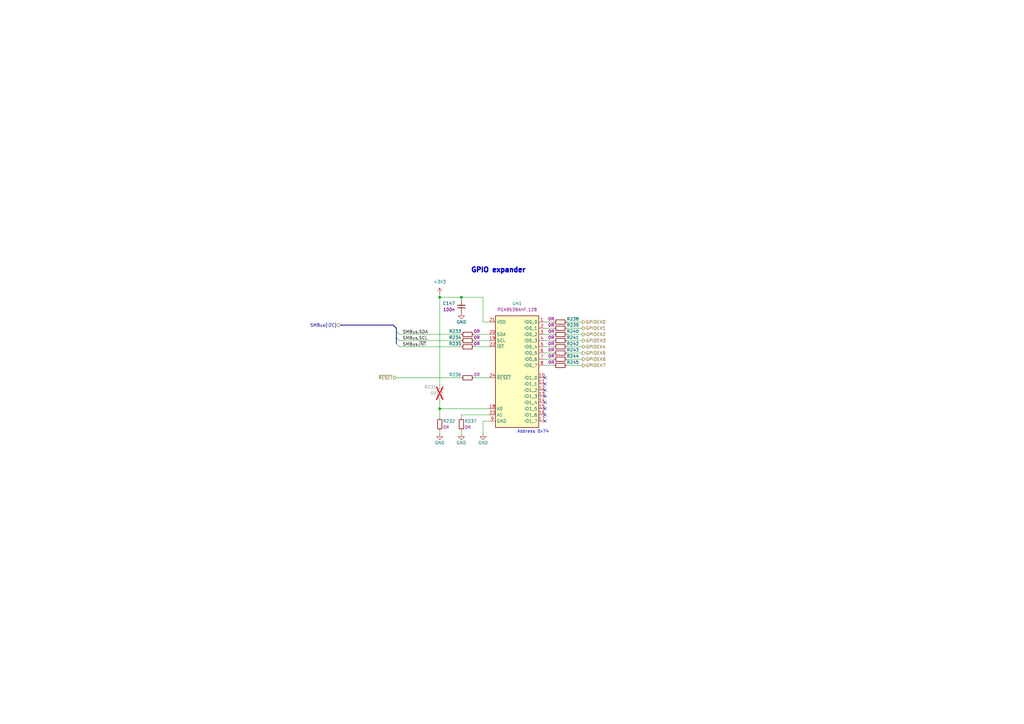
<source format=kicad_sch>
(kicad_sch (version 20231120) (generator "eeschema") (generator_version "8.0")
  (paper "A3")
  (title_block (title "COM Express 7 Baseboard") (date "2025-02-04") (rev "1.1.2") (company "Antmicro Ltd") (comment 1 "www.antmicro.com"))
  (lib_symbols
    (symbol "antmicroCapacitors0402:C_100n_0402" (pin_numbers hide) (pin_names hide)
      (property "Reference" "C" (at 20.32 -5.08 0))
      (property "Val" "100n" (at 20.32 -7.62 0))
      (symbol "C_100n_0402_0_1"
        (polyline (pts (xy 2.032 -1.524) (xy 2.032 1.524)) (stroke (width 0.3048)))
        (polyline (pts (xy 3.048 -1.524) (xy 3.048 1.524)) (stroke (width 0.3302)))
      )
      (symbol "C_100n_0402_1_1"
        (pin passive line (at 0 0 0) (length 2.032) (name "~") (number "1"))
        (pin passive line (at 5.08 0 180) (length 2.032) (name "~") (number "2"))
      )
    )
    (symbol "antmicroInterfaceIOExpanders:PCA9539AHF"
      (property "Reference" "U" (at 36.83 -3.81 0))
      (property "MPN" "PCA9539AHF,128" (at 36.83 -6.35 0))
      (symbol "PCA9539AHF_1_1"
        (rectangle (start 2.54 2.54) (end 20.32 -43.18) (stroke (width 0.254)) (fill (type background)))
        (pin bidirectional line (at 22.86 0 180) (length 2.54) (name "IO0_0") (number "1"))
        (pin bidirectional line (at 22.86 -22.86 180) (length 2.54) (name "IO1_0") (number "10"))
        (pin bidirectional line (at 22.86 -25.4 180) (length 2.54) (name "IO1_1") (number "11"))
        (pin bidirectional line (at 22.86 -27.94 180) (length 2.54) (name "IO1_2") (number "12"))
        (pin bidirectional line (at 22.86 -30.48 180) (length 2.54) (name "IO1_3") (number "13"))
        (pin bidirectional line (at 22.86 -33.02 180) (length 2.54) (name "IO1_4") (number "14"))
        (pin bidirectional line (at 22.86 -35.56 180) (length 2.54) (name "IO1_5") (number "15"))
        (pin bidirectional line (at 22.86 -38.1 180) (length 2.54) (name "IO1_6") (number "16"))
        (pin bidirectional line (at 22.86 -40.64 180) (length 2.54) (name "IO1_7") (number "17"))
        (pin input line (at 0 -35.56 0) (length 2.54) (name "A0") (number "18"))
        (pin input line (at 0 -7.62 0) (length 2.54) (name "SCL") (number "19"))
        (pin bidirectional line (at 22.86 -2.54 180) (length 2.54) (name "IO0_1") (number "2"))
        (pin bidirectional line (at 0 -5.08 0) (length 2.54) (name "SDA") (number "20"))
        (pin power_in line (at 0 0 0) (length 2.54) (name "VDD") (number "21"))
        (pin output line (at 0 -10.16 0) (length 2.54) (name "~{INT}") (number "22"))
        (pin input line (at 0 -38.1 0) (length 2.54) (name "A1") (number "23"))
        (pin input line (at 0 -22.86 0) (length 2.54) (name "~{RESET}") (number "24"))
        (pin passive line (at 0 -40.64 0) (length 2.54) hide (name "GND") (number "25"))
        (pin bidirectional line (at 22.86 -5.08 180) (length 2.54) (name "IO0_2") (number "3"))
        (pin bidirectional line (at 22.86 -7.62 180) (length 2.54) (name "IO0_3") (number "4"))
        (pin bidirectional line (at 22.86 -10.16 180) (length 2.54) (name "IO0_4") (number "5"))
        (pin bidirectional line (at 22.86 -12.7 180) (length 2.54) (name "IO0_5") (number "6"))
        (pin bidirectional line (at 22.86 -15.24 180) (length 2.54) (name "IO0_6") (number "7"))
        (pin bidirectional line (at 22.86 -17.78 180) (length 2.54) (name "IO0_7") (number "8"))
        (pin power_in line (at 0 -40.64 0) (length 2.54) (name "GND") (number "9"))
      )
    )
    (symbol "antmicroResistors0402:R_0R_0402" (pin_numbers hide) (pin_names hide)
      (property "Reference" "R" (at 20.32 -5.08 0))
      (property "Val" "0R" (at 20.32 -7.62 0))
      (symbol "R_0R_0402_0_1"
        (rectangle (start 0.635 0.889) (end 4.445 -0.889) (stroke (width 0.254)))
      )
      (symbol "R_0R_0402_1_1"
        (pin passive line (at 0 0 0) (length 0.635) (name "~") (number "1"))
        (pin passive line (at 5.08 0 180) (length 0.635) (name "~") (number "2"))
      )
    )
    (symbol "antmicropower:+3V3" (power) (pin_numbers hide) (pin_names hide)
      (property "Value" "+3V3" (at -3.175 2.54 0))
      (symbol "+3V3_0_1"
        (polyline (pts (xy 0 0) (xy 0 2.54)))
        (polyline (pts (xy 0 2.54) (xy -0.762 1.27)))
        (polyline (pts (xy 0 2.54) (xy 0.762 1.27)))
      )
      (symbol "+3V3_1_1"
        (pin power_in line (at 0 0 90) (length 0) hide (name "+3V3") (number "1"))
      )
    )
    (symbol "antmicropower:GND" (power) (pin_numbers hide) (pin_names hide)
      (property "Value" "GND" (at 8.89 -5.08 0))
      (symbol "GND_1_1"
        (polyline (pts (xy 0 0) (xy 0 -1.27) (xy 1.27 -1.27) (xy 0 -2.54) (xy -1.27 -1.27) (xy 0 -1.27)))
        (pin power_in line (at 0 0 270) (length 0) (name "GND") (number "1"))
      )
    )
  )
  (junction (at 180.34 121.92))
  (junction (at 180.34 167.64))
  (junction (at 189.23 121.92))
  (no_connect (at 223.52 160.02))
  (no_connect (at 223.52 162.56))
  (no_connect (at 223.52 170.18))
  (no_connect (at 223.52 167.64))
  (no_connect (at 223.52 157.48))
  (no_connect (at 223.52 172.72))
  (no_connect (at 223.52 154.94))
  (no_connect (at 223.52 165.1))
  (bus_entry (at 163.83 139.7) (size -1.27 -1.27))
  (bus_entry (at 163.83 142.24) (size -1.27 -1.27))
  (bus_entry (at 163.83 137.16) (size -1.27 -1.27))
  (wire (pts (xy 194.31 139.7) (xy 200.66 139.7)))
  (wire (pts (xy 238.76 142.24) (xy 232.41 142.24)))
  (bus (pts (xy 162.56 138.43) (xy 162.56 140.97)))
  (wire (pts (xy 238.76 144.78) (xy 232.41 144.78)))
  (wire (pts (xy 238.76 139.7) (xy 232.41 139.7)))
  (wire (pts (xy 163.83 142.24) (xy 189.23 142.24)))
  (bus (pts (xy 162.56 135.89) (xy 162.56 138.43)))
  (wire (pts (xy 180.34 167.64) (xy 180.34 171.45)))
  (bus (pts (xy 162.56 134.62) (xy 162.56 135.89)))
  (wire (pts (xy 194.31 142.24) (xy 200.66 142.24)))
  (wire (pts (xy 238.76 134.62) (xy 232.41 134.62)))
  (bus (pts (xy 162.56 134.62) (xy 161.29 133.35)))
  (wire (pts (xy 238.76 137.16) (xy 232.41 137.16)))
  (wire (pts (xy 227.33 132.08) (xy 223.52 132.08)))
  (wire (pts (xy 180.34 121.92) (xy 189.23 121.92)))
  (wire (pts (xy 162.56 154.94) (xy 189.23 154.94)))
  (wire (pts (xy 163.83 139.7) (xy 189.23 139.7)))
  (wire (pts (xy 163.83 137.16) (xy 189.23 137.16)))
  (wire (pts (xy 189.23 176.53) (xy 189.23 177.8)))
  (wire (pts (xy 238.76 147.32) (xy 232.41 147.32)))
  (wire (pts (xy 227.33 149.86) (xy 223.52 149.86)))
  (wire (pts (xy 180.34 120.65) (xy 180.34 121.92)))
  (wire (pts (xy 180.34 176.53) (xy 180.34 177.8)))
  (wire (pts (xy 194.31 154.94) (xy 200.66 154.94)))
  (wire (pts (xy 180.34 121.92) (xy 180.34 158.75)))
  (wire (pts (xy 198.12 172.72) (xy 198.12 177.8)))
  (wire (pts (xy 180.34 163.83) (xy 180.34 167.64)))
  (wire (pts (xy 227.33 142.24) (xy 223.52 142.24)))
  (wire (pts (xy 198.12 132.08) (xy 200.66 132.08)))
  (wire (pts (xy 180.34 167.64) (xy 200.66 167.64)))
  (wire (pts (xy 238.76 132.08) (xy 232.41 132.08)))
  (bus (pts (xy 139.7 133.35) (xy 161.29 133.35)))
  (wire (pts (xy 227.33 147.32) (xy 223.52 147.32)))
  (wire (pts (xy 227.33 139.7) (xy 223.52 139.7)))
  (wire (pts (xy 198.12 172.72) (xy 200.66 172.72)))
  (wire (pts (xy 227.33 137.16) (xy 223.52 137.16)))
  (wire (pts (xy 189.23 170.18) (xy 200.66 170.18)))
  (wire (pts (xy 227.33 144.78) (xy 223.52 144.78)))
  (wire (pts (xy 194.31 137.16) (xy 200.66 137.16)))
  (wire (pts (xy 227.33 134.62) (xy 223.52 134.62)))
  (wire (pts (xy 189.23 121.92) (xy 189.23 123.19)))
  (wire (pts (xy 238.76 149.86) (xy 232.41 149.86)))
  (wire (pts (xy 189.23 170.18) (xy 189.23 171.45)))
  (wire (pts (xy 189.23 121.92) (xy 198.12 121.92)))
  (wire (pts (xy 198.12 121.92) (xy 198.12 132.08)))
  (text "GPIO expander" (at 193.04 112.014 0) (effects (font (size 2 2) (thickness 0.8) (bold yes)) (justify left bottom)))
  (text "Address 0x74\n" (at 212.09 177.8 0) (effects (font (size 1.27 1.27)) (justify left bottom)))
  (label "SMBus.~{INT}" (at 165.1 142.24 0))
  (label "SMBus.SCL" (at 165.1 139.7 0))
  (label "SMBus.SDA" (at 165.1 137.16 0))
  (hierarchical_label "GPIOEX2" (shape output) (at 238.76 137.16 0))
  (hierarchical_label "GPIOEX1" (shape output) (at 238.76 134.62 0))
  (hierarchical_label "SMBus{I2C}" (shape input) (at 139.7 133.35 180))
  (hierarchical_label "GPIOEX3" (shape output) (at 238.76 139.7 0))
  (hierarchical_label "GPIOEX7" (shape output) (at 238.76 149.86 0))
  (hierarchical_label "GPIOEX4" (shape output) (at 238.76 142.24 0))
  (hierarchical_label "GPIOEX5" (shape output) (at 238.76 144.78 0))
  (hierarchical_label "GPIOEX0" (shape output) (at 238.76 132.08 0))
  (hierarchical_label "GPIOEX6" (shape output) (at 238.76 147.32 0))
  (hierarchical_label "~{RESET}" (shape input) (at 162.56 154.94 180))
  (symbol (lib_id "antmicroResistors0402:R_0R_0402") (at 227.33 149.86 0) (unit 1)
    (property "Reference" "R245" (at 234.95 148.59 0))
    (property "Value" "R_0R_0402" (effects (hide yes)))
    (property "Footprint" "antmicro-footprints:R_0402_1005Metric" (effects (hide yes)))
    (property "Datasheet" "https://industrial.panasonic.com/cdbs/www-data/pdf/RDA0000/AOA0000C301.pdf" (effects (hide yes)))
    (property "MPN" "ERJ2GE0R00X" (effects (hide yes)))
    (property "Manufacturer" "Panasonic" (effects (hide yes)))
    (property "License" "Apache-2.0" (effects (hide yes)))
    (property "Author" "Antmicro" (effects (hide yes)))
    (property "Val" "0R" (at 226.06 148.59 0))
    (property "Current" "1A" (effects (hide yes)))
    (property "Public" "False" (effects (hide yes)))
  )
  (symbol (lib_id "antmicropower:GND") (at 189.23 177.8 0) (unit 1)
    (property "Reference" "#PWR0325" (effects (hide yes)))
    (property "Value" "GND" (at 189.23 181.61 0))
    (property "Author" "Antmicro" (effects (hide yes)))
    (property "License" "Apache-2.0" (effects (hide yes)))
  )
  (symbol (lib_id "antmicroResistors0402:R_0R_0402") (at 227.33 139.7 0) (unit 1)
    (property "Reference" "R241" (at 234.95 138.43 0))
    (property "Value" "R_0R_0402" (effects (hide yes)))
    (property "Footprint" "antmicro-footprints:R_0402_1005Metric" (effects (hide yes)))
    (property "Datasheet" "https://industrial.panasonic.com/cdbs/www-data/pdf/RDA0000/AOA0000C301.pdf" (effects (hide yes)))
    (property "MPN" "ERJ2GE0R00X" (effects (hide yes)))
    (property "Manufacturer" "Panasonic" (effects (hide yes)))
    (property "License" "Apache-2.0" (effects (hide yes)))
    (property "Author" "Antmicro" (effects (hide yes)))
    (property "Val" "0R" (at 226.06 138.43 0))
    (property "Current" "1A" (effects (hide yes)))
    (property "Public" "False" (effects (hide yes)))
  )
  (symbol (lib_id "antmicroResistors0402:R_0R_0402") (at 227.33 137.16 0) (unit 1)
    (property "Reference" "R240" (at 234.95 135.89 0))
    (property "Value" "R_0R_0402" (effects (hide yes)))
    (property "Footprint" "antmicro-footprints:R_0402_1005Metric" (effects (hide yes)))
    (property "Datasheet" "https://industrial.panasonic.com/cdbs/www-data/pdf/RDA0000/AOA0000C301.pdf" (effects (hide yes)))
    (property "MPN" "ERJ2GE0R00X" (effects (hide yes)))
    (property "Manufacturer" "Panasonic" (effects (hide yes)))
    (property "License" "Apache-2.0" (effects (hide yes)))
    (property "Author" "Antmicro" (effects (hide yes)))
    (property "Val" "0R" (at 226.06 135.89 0))
    (property "Current" "1A" (effects (hide yes)))
    (property "Public" "False" (effects (hide yes)))
  )
  (symbol (lib_id "antmicropower:GND") (at 189.23 128.27 0) (unit 1)
    (property "Reference" "#PWR0324" (effects (hide yes)))
    (property "Value" "GND" (at 189.23 132.08 0))
    (property "Author" "Antmicro" (effects (hide yes)))
    (property "License" "Apache-2.0" (effects (hide yes)))
  )
  (symbol (lib_id "antmicroResistors0402:R_0R_0402") (at 227.33 147.32 0) (unit 1)
    (property "Reference" "R244" (at 234.95 146.05 0))
    (property "Value" "R_0R_0402" (effects (hide yes)))
    (property "Footprint" "antmicro-footprints:R_0402_1005Metric" (effects (hide yes)))
    (property "Datasheet" "https://industrial.panasonic.com/cdbs/www-data/pdf/RDA0000/AOA0000C301.pdf" (effects (hide yes)))
    (property "MPN" "ERJ2GE0R00X" (effects (hide yes)))
    (property "Manufacturer" "Panasonic" (effects (hide yes)))
    (property "License" "Apache-2.0" (effects (hide yes)))
    (property "Author" "Antmicro" (effects (hide yes)))
    (property "Val" "0R" (at 226.06 146.05 0))
    (property "Current" "1A" (effects (hide yes)))
    (property "Public" "False" (effects (hide yes)))
  )
  (symbol (lib_id "antmicroResistors0402:R_0R_0402") (at 189.23 154.94 0) (unit 1)
    (property "Reference" "R236" (at 186.69 153.67 0))
    (property "Value" "R_0R_0402" (effects (hide yes)))
    (property "Footprint" "antmicro-footprints:R_0402_1005Metric" (effects (hide yes)))
    (property "Datasheet" "https://industrial.panasonic.com/cdbs/www-data/pdf/RDA0000/AOA0000C301.pdf" (effects (hide yes)))
    (property "MPN" "ERJ2GE0R00X" (effects (hide yes)))
    (property "Manufacturer" "Panasonic" (effects (hide yes)))
    (property "License" "Apache-2.0" (effects (hide yes)))
    (property "Author" "Antmicro" (effects (hide yes)))
    (property "Val" "0R" (at 195.58 153.67 0))
    (property "Current" "1A" (effects (hide yes)))
    (property "Public" "False" (effects (hide yes)))
  )
  (symbol (lib_id "antmicroResistors0402:R_0R_0402") (at 189.23 139.7 0) (unit 1)
    (property "Reference" "R234" (at 186.69 138.43 0))
    (property "Value" "R_0R_0402" (effects (hide yes)))
    (property "Footprint" "antmicro-footprints:R_0402_1005Metric" (effects (hide yes)))
    (property "Datasheet" "https://industrial.panasonic.com/cdbs/www-data/pdf/RDA0000/AOA0000C301.pdf" (effects (hide yes)))
    (property "MPN" "ERJ2GE0R00X" (effects (hide yes)))
    (property "Manufacturer" "Panasonic" (effects (hide yes)))
    (property "License" "Apache-2.0" (effects (hide yes)))
    (property "Author" "Antmicro" (effects (hide yes)))
    (property "Val" "0R" (at 195.58 138.43 0))
    (property "Current" "1A" (effects (hide yes)))
    (property "Public" "False" (effects (hide yes)))
  )
  (symbol (lib_id "antmicroResistors0402:R_0R_0402") (at 227.33 142.24 0) (unit 1)
    (property "Reference" "R242" (at 234.95 140.97 0))
    (property "Value" "R_0R_0402" (effects (hide yes)))
    (property "Footprint" "antmicro-footprints:R_0402_1005Metric" (effects (hide yes)))
    (property "Datasheet" "https://industrial.panasonic.com/cdbs/www-data/pdf/RDA0000/AOA0000C301.pdf" (effects (hide yes)))
    (property "MPN" "ERJ2GE0R00X" (effects (hide yes)))
    (property "Manufacturer" "Panasonic" (effects (hide yes)))
    (property "License" "Apache-2.0" (effects (hide yes)))
    (property "Author" "Antmicro" (effects (hide yes)))
    (property "Val" "0R" (at 226.06 140.97 0))
    (property "Current" "1A" (effects (hide yes)))
    (property "Public" "False" (effects (hide yes)))
  )
  (symbol (lib_id "antmicroResistors0402:R_0R_0402") (at 189.23 176.53 90) (unit 1)
    (property "Reference" "R237" (at 190.5 172.72 90) (effects (justify right)))
    (property "Value" "R_0R_0402" (effects (hide yes)))
    (property "Footprint" "antmicro-footprints:R_0402_1005Metric" (effects (hide yes)))
    (property "Datasheet" "https://industrial.panasonic.com/cdbs/www-data/pdf/RDA0000/AOA0000C301.pdf" (effects (hide yes)))
    (property "MPN" "ERJ2GE0R00X" (effects (hide yes)))
    (property "Manufacturer" "Panasonic" (effects (hide yes)))
    (property "License" "Apache-2.0" (effects (hide yes)))
    (property "Author" "Antmicro" (effects (hide yes)))
    (property "Val" "0R" (at 190.5 175.26 90) (effects (justify right)))
    (property "Current" "1A" (effects (hide yes)))
    (property "Public" "False" (effects (hide yes)))
  )
  (symbol (lib_id "antmicroResistors0402:R_0R_0402") (at 189.23 142.24 0) (unit 1)
    (property "Reference" "R235" (at 186.69 140.97 0))
    (property "Value" "R_0R_0402" (effects (hide yes)))
    (property "Footprint" "antmicro-footprints:R_0402_1005Metric" (effects (hide yes)))
    (property "Datasheet" "https://industrial.panasonic.com/cdbs/www-data/pdf/RDA0000/AOA0000C301.pdf" (effects (hide yes)))
    (property "MPN" "ERJ2GE0R00X" (effects (hide yes)))
    (property "Manufacturer" "Panasonic" (effects (hide yes)))
    (property "License" "Apache-2.0" (effects (hide yes)))
    (property "Author" "Antmicro" (effects (hide yes)))
    (property "Val" "0R" (at 195.58 140.97 0))
    (property "Current" "1A" (effects (hide yes)))
    (property "Public" "False" (effects (hide yes)))
  )
  (symbol (lib_id "antmicroResistors0402:R_0R_0402") (at 227.33 134.62 0) (unit 1)
    (property "Reference" "R239" (at 234.95 133.35 0))
    (property "Value" "R_0R_0402" (effects (hide yes)))
    (property "Footprint" "antmicro-footprints:R_0402_1005Metric" (effects (hide yes)))
    (property "Datasheet" "https://industrial.panasonic.com/cdbs/www-data/pdf/RDA0000/AOA0000C301.pdf" (effects (hide yes)))
    (property "MPN" "ERJ2GE0R00X" (effects (hide yes)))
    (property "Manufacturer" "Panasonic" (effects (hide yes)))
    (property "License" "Apache-2.0" (effects (hide yes)))
    (property "Author" "Antmicro" (effects (hide yes)))
    (property "Val" "0R" (at 226.06 133.35 0))
    (property "Current" "1A" (effects (hide yes)))
    (property "Public" "False" (effects (hide yes)))
  )
  (symbol (lib_id "antmicroInterfaceIOExpanders:PCA9539AHF") (at 200.66 132.08 0) (unit 1)
    (property "Reference" "U41" (at 212.09 124.46 0))
    (property "Value" "PCA9539AHF" (effects (hide yes)))
    (property "Footprint" "antmicro-footprints:QFN-24-1EP_4x4mm_P0.5_EP2.1x2.1mm" (effects (hide yes)))
    (property "Datasheet" "https://www.nxp.com/docs/en/data-sheet/PCA9539A.pdf" (effects (hide yes)))
    (property "MPN" "PCA9539AHF,128" (at 212.09 127 0))
    (property "Manufacturer" "NXP" (effects (hide yes)))
    (property "Author" "Antmicro" (effects (hide yes)))
    (property "License" "Apache-2.0" (effects (hide yes)))
  )
  (symbol (lib_id "antmicroResistors0402:R_0R_0402") (at 227.33 132.08 0) (unit 1)
    (property "Reference" "R238" (at 234.95 130.81 0))
    (property "Value" "R_0R_0402" (effects (hide yes)))
    (property "Footprint" "antmicro-footprints:R_0402_1005Metric" (effects (hide yes)))
    (property "Datasheet" "https://industrial.panasonic.com/cdbs/www-data/pdf/RDA0000/AOA0000C301.pdf" (effects (hide yes)))
    (property "MPN" "ERJ2GE0R00X" (effects (hide yes)))
    (property "Manufacturer" "Panasonic" (effects (hide yes)))
    (property "License" "Apache-2.0" (effects (hide yes)))
    (property "Author" "Antmicro" (effects (hide yes)))
    (property "Val" "0R" (at 226.06 130.81 0))
    (property "Current" "1A" (effects (hide yes)))
    (property "Public" "False" (effects (hide yes)))
  )
  (symbol (lib_id "antmicroResistors0402:R_0R_0402") (at 180.34 163.83 90) (unit 1) (dnp yes)
    (property "Reference" "R231" (at 179.07 158.75 90) (effects (justify left)))
    (property "Value" "R_0R_0402" (effects (hide yes)))
    (property "Footprint" "antmicro-footprints:R_0402_1005Metric" (effects (hide yes)))
    (property "Datasheet" "https://industrial.panasonic.com/cdbs/www-data/pdf/RDA0000/AOA0000C301.pdf" (effects (hide yes)))
    (property "MPN" "ERJ2GE0R00X" (effects (hide yes)))
    (property "Manufacturer" "Panasonic" (effects (hide yes)))
    (property "License" "Apache-2.0" (effects (hide yes)))
    (property "Author" "Antmicro" (effects (hide yes)))
    (property "Val" "0R" (at 179.07 161.29 90) (effects (justify left)))
    (property "Current" "1A" (effects (hide yes)))
    (property "Public" "False" (effects (hide yes)))
  )
  (symbol (lib_id "antmicroResistors0402:R_0R_0402") (at 227.33 144.78 0) (unit 1)
    (property "Reference" "R243" (at 234.95 143.51 0))
    (property "Value" "R_0R_0402" (effects (hide yes)))
    (property "Footprint" "antmicro-footprints:R_0402_1005Metric" (effects (hide yes)))
    (property "Datasheet" "https://industrial.panasonic.com/cdbs/www-data/pdf/RDA0000/AOA0000C301.pdf" (effects (hide yes)))
    (property "MPN" "ERJ2GE0R00X" (effects (hide yes)))
    (property "Manufacturer" "Panasonic" (effects (hide yes)))
    (property "License" "Apache-2.0" (effects (hide yes)))
    (property "Author" "Antmicro" (effects (hide yes)))
    (property "Val" "0R" (at 226.06 143.51 0))
    (property "Current" "1A" (effects (hide yes)))
    (property "Public" "False" (effects (hide yes)))
  )
  (symbol (lib_id "antmicroResistors0402:R_0R_0402") (at 180.34 176.53 90) (unit 1)
    (property "Reference" "R232" (at 181.61 172.72 90) (effects (justify right)))
    (property "Value" "R_0R_0402" (effects (hide yes)))
    (property "Footprint" "antmicro-footprints:R_0402_1005Metric" (effects (hide yes)))
    (property "Datasheet" "https://industrial.panasonic.com/cdbs/www-data/pdf/RDA0000/AOA0000C301.pdf" (effects (hide yes)))
    (property "MPN" "ERJ2GE0R00X" (effects (hide yes)))
    (property "Manufacturer" "Panasonic" (effects (hide yes)))
    (property "License" "Apache-2.0" (effects (hide yes)))
    (property "Author" "Antmicro" (effects (hide yes)))
    (property "Val" "0R" (at 181.61 175.26 90) (effects (justify right)))
    (property "Current" "1A" (effects (hide yes)))
    (property "Public" "False" (effects (hide yes)))
  )
  (symbol (lib_id "antmicroResistors0402:R_0R_0402") (at 189.23 137.16 0) (unit 1)
    (property "Reference" "R233" (at 186.69 135.89 0))
    (property "Value" "R_0R_0402" (effects (hide yes)))
    (property "Footprint" "antmicro-footprints:R_0402_1005Metric" (effects (hide yes)))
    (property "Datasheet" "https://industrial.panasonic.com/cdbs/www-data/pdf/RDA0000/AOA0000C301.pdf" (effects (hide yes)))
    (property "MPN" "ERJ2GE0R00X" (effects (hide yes)))
    (property "Manufacturer" "Panasonic" (effects (hide yes)))
    (property "License" "Apache-2.0" (effects (hide yes)))
    (property "Author" "Antmicro" (effects (hide yes)))
    (property "Val" "0R" (at 195.58 135.89 0))
    (property "Current" "1A" (effects (hide yes)))
    (property "Public" "False" (effects (hide yes)))
  )
  (symbol (lib_id "antmicropower:GND") (at 180.34 177.8 0) (unit 1)
    (property "Reference" "#PWR0323" (effects (hide yes)))
    (property "Value" "GND" (at 180.34 181.61 0))
    (property "Author" "Antmicro" (effects (hide yes)))
    (property "License" "Apache-2.0" (effects (hide yes)))
  )
  (symbol (lib_id "antmicroCapacitors0402:C_100n_0402") (at 189.23 128.27 270) (mirror x) (unit 1)
    (property "Reference" "C147" (at 186.69 124.4536 90) (effects (justify right)))
    (property "Value" "C_100n_0402" (effects (hide yes)))
    (property "Footprint" "antmicro-footprints:C_0402_1005Metric" (effects (hide yes)))
    (property "Datasheet" "https://www.murata.com/products/productdetail?partno=GRM155R61H104KE14%23" (effects (hide yes)))
    (property "MPN" "GRM155R61H104KE14D" (effects (hide yes)))
    (property "Manufacturer" "Murata" (effects (hide yes)))
    (property "License" "Apache-2.0" (effects (hide yes)))
    (property "Author" "Antmicro" (effects (hide yes)))
    (property "Val" "100n" (at 186.69 126.9936 90) (effects (justify right)))
    (property "Voltage" "50V" (effects (hide yes)))
    (property "Dielectric" "X5R" (effects (hide yes)))
    (property "Public" "False" (effects (hide yes)))
  )
  (symbol (lib_id "antmicropower:GND") (at 198.12 177.8 0) (unit 1)
    (property "Reference" "#PWR0326" (effects (hide yes)))
    (property "Value" "GND" (at 198.12 181.61 0))
    (property "Author" "Antmicro" (effects (hide yes)))
    (property "License" "Apache-2.0" (effects (hide yes)))
  )
  (symbol (lib_id "antmicropower:+3V3") (at 180.34 120.65 0) (unit 1)
    (property "Reference" "#PWR0322" (effects (hide yes)))
    (property "Value" "+3V3" (at 180.34 115.57 0))
    (property "Author" "Antmicro" (effects (hide yes)))
    (property "License" "Apache-2.0" (effects (hide yes)))
  )
)
</source>
